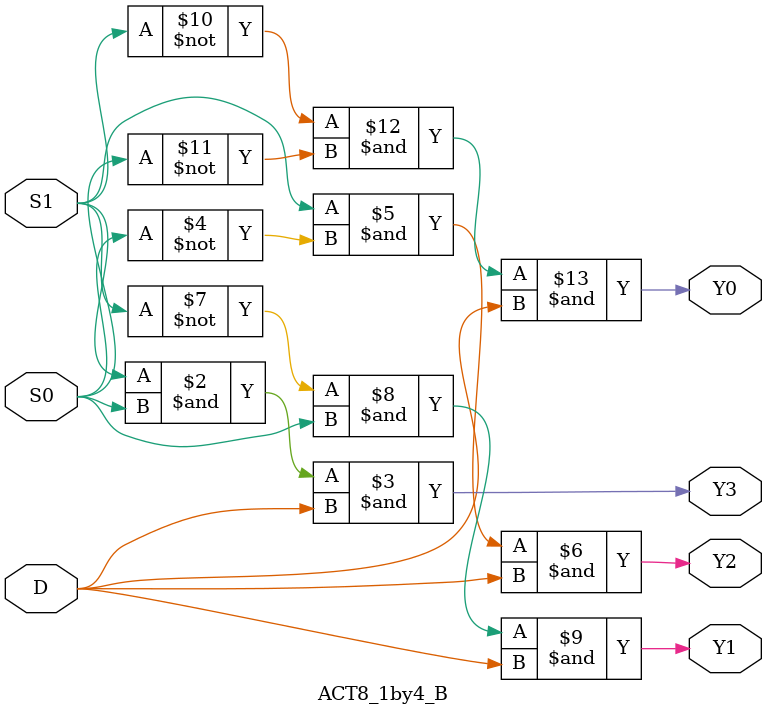
<source format=v>
module ACT8_1by4_B (output reg Y0, Y1, Y2, Y3, input S1, S0, D);
always @(*) begin
Y3 = (S1 & S0 & D);
Y2 = (S1 & ~S0 & D);
Y1 = (~S1 & S0 & D);
Y0 = (~S1 & ~S0 & D);
end

endmodule
</source>
